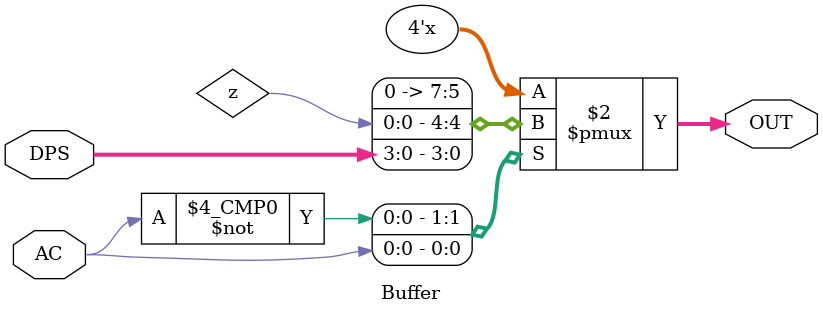
<source format=v>

module Buffer(input [3:0] DPS, input AC, output reg [3:0] OUT);
 

    always @ (*)
    begin
        case (AC)
            1'b0:   OUT = z;
            1'b1:   OUT = DPS;
            default: OUT = z;
        endcase
    end    

endmodule    
</source>
